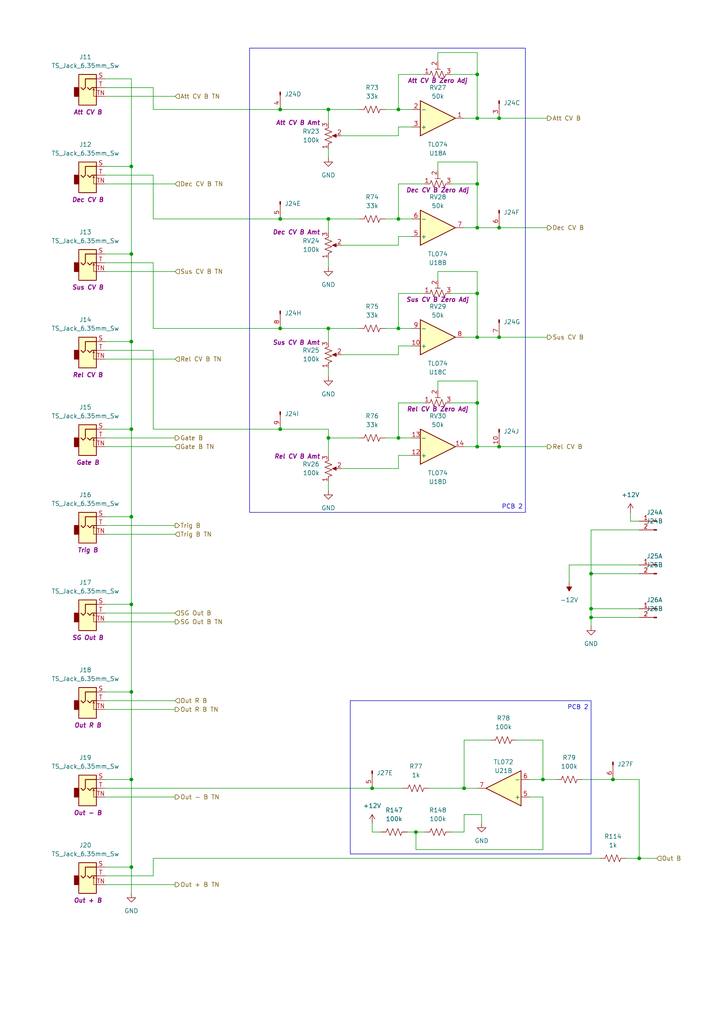
<source format=kicad_sch>
(kicad_sch (version 20250114) (generator "eeschema") (generator_version "9.0")
  (paper "A4" portrait)
  (title_block (company "DMH Instruments") (comment 1 "PCB for 15cm Kosmo format synthesizer module"))
  (lib_symbols
    (symbol "Amplifier_Operational:TL072" (pin_names (offset 0.127))
      (property "Reference" "U" (at 0 5.08 0))
      (property "Value" "TL072" (at 0 -5.08 0))
      (symbol "TL072_1_1"
        (polyline (pts (xy -5.08 5.08) (xy 5.08 0) (xy -5.08 -5.08) (xy -5.08 5.08)) (stroke (width 0.254)) (fill (type background)))
        (pin input line (at -7.62 2.54 0) (length 2.54) (name "+") (number "3"))
        (pin input line (at -7.62 -2.54 0) (length 2.54) (name "-") (number "2"))
        (pin output line (at 7.62 0 180) (length 2.54) (name "~") (number "1"))
      )
      (symbol "TL072_2_1"
        (polyline (pts (xy -5.08 5.08) (xy 5.08 0) (xy -5.08 -5.08) (xy -5.08 5.08)) (stroke (width 0.254)) (fill (type background)))
        (pin input line (at -7.62 2.54 0) (length 2.54) (name "+") (number "5"))
        (pin input line (at -7.62 -2.54 0) (length 2.54) (name "-") (number "6"))
        (pin output line (at 7.62 0 180) (length 2.54) (name "~") (number "7"))
      )
      (symbol "TL072_3_1"
        (pin power_in line (at -2.54 7.62 270) (length 3.81) (name "V+") (number "8"))
        (pin power_in line (at -2.54 -7.62 90) (length 3.81) (name "V-") (number "4"))
      )
    )
    (symbol "Amplifier_Operational:TL074" (pin_names (offset 0.127))
      (property "Reference" "U" (at 0 5.08 0))
      (property "Value" "TL074" (at 0 -5.08 0))
      (symbol "TL074_1_1"
        (polyline (pts (xy -5.08 5.08) (xy 5.08 0) (xy -5.08 -5.08) (xy -5.08 5.08)) (stroke (width 0.254)) (fill (type background)))
        (pin input line (at -7.62 2.54 0) (length 2.54) (name "+") (number "3"))
        (pin input line (at -7.62 -2.54 0) (length 2.54) (name "-") (number "2"))
        (pin output line (at 7.62 0 180) (length 2.54) (name "~") (number "1"))
      )
      (symbol "TL074_2_1"
        (polyline (pts (xy -5.08 5.08) (xy 5.08 0) (xy -5.08 -5.08) (xy -5.08 5.08)) (stroke (width 0.254)) (fill (type background)))
        (pin input line (at -7.62 2.54 0) (length 2.54) (name "+") (number "5"))
        (pin input line (at -7.62 -2.54 0) (length 2.54) (name "-") (number "6"))
        (pin output line (at 7.62 0 180) (length 2.54) (name "~") (number "7"))
      )
      (symbol "TL074_3_1"
        (polyline (pts (xy -5.08 5.08) (xy 5.08 0) (xy -5.08 -5.08) (xy -5.08 5.08)) (stroke (width 0.254)) (fill (type background)))
        (pin input line (at -7.62 2.54 0) (length 2.54) (name "+") (number "10"))
        (pin input line (at -7.62 -2.54 0) (length 2.54) (name "-") (number "9"))
        (pin output line (at 7.62 0 180) (length 2.54) (name "~") (number "8"))
      )
      (symbol "TL074_4_1"
        (polyline (pts (xy -5.08 5.08) (xy 5.08 0) (xy -5.08 -5.08) (xy -5.08 5.08)) (stroke (width 0.254)) (fill (type background)))
        (pin input line (at -7.62 2.54 0) (length 2.54) (name "+") (number "12"))
        (pin input line (at -7.62 -2.54 0) (length 2.54) (name "-") (number "13"))
        (pin output line (at 7.62 0 180) (length 2.54) (name "~") (number "14"))
      )
      (symbol "TL074_5_1"
        (pin power_in line (at -2.54 7.62 270) (length 3.81) (name "V+") (number "4"))
        (pin power_in line (at -2.54 -7.62 90) (length 3.81) (name "V-") (number "11"))
      )
    )
    (symbol "Device:R_Potentiometer_Trim_US" (pin_names (offset 1.016) (hide yes))
      (property "Reference" "RV" (at -4.445 0 90))
      (property "Value" "R_Potentiometer_Trim_US" (at -2.54 0 90))
      (symbol "R_Potentiometer_Trim_US_0_1"
        (polyline (pts (xy 0 2.286) (xy 0 2.54)))
        (polyline (pts (xy 0 2.286) (xy 1.016 1.905) (xy 0 1.524) (xy -1.016 1.143) (xy 0 0.762)))
        (polyline (pts (xy 0 0.762) (xy 1.016 0.381) (xy 0 0) (xy -1.016 -0.381) (xy 0 -0.762)))
        (polyline (pts (xy 0 -0.762) (xy 1.016 -1.143) (xy 0 -1.524) (xy -1.016 -1.905) (xy 0 -2.286)))
        (polyline (pts (xy 0 -2.286) (xy 0 -2.54)))
        (polyline (pts (xy 1.524 0.762) (xy 1.524 -0.762)))
        (polyline (pts (xy 2.54 0) (xy 1.524 0)))
      )
      (symbol "R_Potentiometer_Trim_US_1_1"
        (pin passive line (at 0 3.81 270) (length 1.27) (name "1") (number "1"))
        (pin passive line (at 0 -3.81 90) (length 1.27) (name "3") (number "3"))
        (pin passive line (at 3.81 0 180) (length 1.27) (name "2") (number "2"))
      )
    )
    (symbol "Device:R_Potentiometer_US" (pin_names (offset 1.016) (hide yes))
      (property "Reference" "RV" (at -4.445 0 90))
      (property "Value" "R_Potentiometer_US" (at -2.54 0 90))
      (symbol "R_Potentiometer_US_0_1"
        (polyline (pts (xy 0 2.54) (xy 0 2.286)))
        (polyline (pts (xy 0 2.286) (xy 1.016 1.905) (xy 0 1.524) (xy -1.016 1.143) (xy 0 0.762)))
        (polyline (pts (xy 0 0.762) (xy 1.016 0.381) (xy 0 0) (xy -1.016 -0.381) (xy 0 -0.762)))
        (polyline (pts (xy 0 -0.762) (xy 1.016 -1.143) (xy 0 -1.524) (xy -1.016 -1.905) (xy 0 -2.286)))
        (polyline (pts (xy 0 -2.286) (xy 0 -2.54)))
        (polyline (pts (xy 1.143 0) (xy 2.286 0.508) (xy 2.286 -0.508) (xy 1.143 0)) (fill (type outline)))
        (polyline (pts (xy 2.54 0) (xy 1.524 0)))
      )
      (symbol "R_Potentiometer_US_1_1"
        (pin passive line (at 0 3.81 270) (length 1.27) (name "1") (number "1"))
        (pin passive line (at 0 -3.81 90) (length 1.27) (name "3") (number "3"))
        (pin passive line (at 3.81 0 180) (length 1.27) (name "2") (number "2"))
      )
    )
    (symbol "Device:R_US" (pin_numbers (hide yes)) (pin_names (offset 0))
      (property "Reference" "R" (at 2.54 0 90))
      (property "Value" "R_US" (at -2.54 0 90))
      (symbol "R_US_0_1"
        (polyline (pts (xy 0 2.286) (xy 0 2.54)))
        (polyline (pts (xy 0 2.286) (xy 1.016 1.905) (xy 0 1.524) (xy -1.016 1.143) (xy 0 0.762)))
        (polyline (pts (xy 0 0.762) (xy 1.016 0.381) (xy 0 0) (xy -1.016 -0.381) (xy 0 -0.762)))
        (polyline (pts (xy 0 -0.762) (xy 1.016 -1.143) (xy 0 -1.524) (xy -1.016 -1.905) (xy 0 -2.286)))
        (polyline (pts (xy 0 -2.286) (xy 0 -2.54)))
      )
      (symbol "R_US_1_1"
        (pin passive line (at 0 3.81 270) (length 1.27) (name "~") (number "1"))
        (pin passive line (at 0 -3.81 90) (length 1.27) (name "~") (number "2"))
      )
    )
    (symbol "SynthStuff:Conn_01x06_PinHeader" (pin_names (offset 1.016) (hide yes))
      (property "Reference" "J" (at 0 2.54 0))
      (symbol "Conn_01x06_PinHeader_1_1"
        (rectangle (start 0.8636 0.127) (end 0 -0.127) (stroke (width 0.1524)) (fill (type outline)))
        (polyline (pts (xy 1.27 0) (xy 0.8636 0)) (stroke (width 0.1524)))
        (pin passive line (at 5.08 0 180) (length 3.81) (name "Pin_1") (number "1"))
      )
      (symbol "Conn_01x06_PinHeader_2_1"
        (rectangle (start 0.8636 0.127) (end 0 -0.127) (stroke (width 0.1524)) (fill (type outline)))
        (polyline (pts (xy 1.27 0) (xy 0.8636 0)) (stroke (width 0.1524)))
        (pin passive line (at 5.08 0 180) (length 3.81) (name "Pin_2") (number "2"))
      )
      (symbol "Conn_01x06_PinHeader_3_1"
        (rectangle (start 0.8636 0.127) (end 0 -0.127) (stroke (width 0.1524)) (fill (type outline)))
        (polyline (pts (xy 1.27 0) (xy 0.8636 0)) (stroke (width 0.1524)))
        (pin passive line (at 5.08 0 180) (length 3.81) (name "Pin_3") (number "3"))
      )
      (symbol "Conn_01x06_PinHeader_4_1"
        (rectangle (start 0.8636 0.127) (end 0 -0.127) (stroke (width 0.1524)) (fill (type outline)))
        (polyline (pts (xy 1.27 0) (xy 0.8636 0)) (stroke (width 0.1524)))
        (pin passive line (at 5.08 0 180) (length 3.81) (name "Pin_4") (number "4"))
      )
      (symbol "Conn_01x06_PinHeader_5_1"
        (rectangle (start 0.8636 0.127) (end 0 -0.127) (stroke (width 0.1524)) (fill (type outline)))
        (polyline (pts (xy 1.27 0) (xy 0.8636 0)) (stroke (width 0.1524)))
        (pin passive line (at 5.08 0 180) (length 3.81) (name "Pin_5") (number "5"))
      )
      (symbol "Conn_01x06_PinHeader_6_1"
        (rectangle (start 0.8636 0.127) (end 0 -0.127) (stroke (width 0.1524)) (fill (type outline)))
        (polyline (pts (xy 1.27 0) (xy 0.8636 0)) (stroke (width 0.1524)))
        (pin passive line (at 5.08 0 180) (length 3.81) (name "Pin_6") (number "6"))
      )
    )
    (symbol "SynthStuff:Conn_01x10_PinHeader" (pin_names (offset 1.016) (hide yes))
      (property "Reference" "J" (at 0 2.54 0))
      (symbol "Conn_01x10_PinHeader_1_1"
        (rectangle (start 0.8636 0.127) (end 0 -0.127) (stroke (width 0.1524)) (fill (type outline)))
        (polyline (pts (xy 1.27 0) (xy 0.8636 0)) (stroke (width 0.1524)))
        (pin passive line (at 5.08 0 180) (length 3.81) (name "Pin_1") (number "1"))
      )
      (symbol "Conn_01x10_PinHeader_2_1"
        (rectangle (start 0.8636 0.127) (end 0 -0.127) (stroke (width 0.1524)) (fill (type outline)))
        (polyline (pts (xy 1.27 0) (xy 0.8636 0)) (stroke (width 0.1524)))
        (pin passive line (at 5.08 0 180) (length 3.81) (name "Pin_2") (number "2"))
      )
      (symbol "Conn_01x10_PinHeader_3_1"
        (rectangle (start 0.8636 0.127) (end 0 -0.127) (stroke (width 0.1524)) (fill (type outline)))
        (polyline (pts (xy 1.27 0) (xy 0.8636 0)) (stroke (width 0.1524)))
        (pin passive line (at 5.08 0 180) (length 3.81) (name "Pin_3") (number "3"))
      )
      (symbol "Conn_01x10_PinHeader_4_1"
        (rectangle (start 0.8636 0.127) (end 0 -0.127) (stroke (width 0.1524)) (fill (type outline)))
        (polyline (pts (xy 1.27 0) (xy 0.8636 0)) (stroke (width 0.1524)))
        (pin passive line (at 5.08 0 180) (length 3.81) (name "Pin_4") (number "4"))
      )
      (symbol "Conn_01x10_PinHeader_5_1"
        (rectangle (start 0.8636 0.127) (end 0 -0.127) (stroke (width 0.1524)) (fill (type outline)))
        (polyline (pts (xy 1.27 0) (xy 0.8636 0)) (stroke (width 0.1524)))
        (pin passive line (at 5.08 0 180) (length 3.81) (name "Pin_5") (number "5"))
      )
      (symbol "Conn_01x10_PinHeader_6_1"
        (rectangle (start 0.8636 0.127) (end 0 -0.127) (stroke (width 0.1524)) (fill (type outline)))
        (polyline (pts (xy 1.27 0) (xy 0.8636 0)) (stroke (width 0.1524)))
        (pin passive line (at 5.08 0 180) (length 3.81) (name "Pin_6") (number "6"))
      )
      (symbol "Conn_01x10_PinHeader_7_1"
        (rectangle (start 0.8636 0.127) (end 0 -0.127) (stroke (width 0.1524)) (fill (type outline)))
        (polyline (pts (xy 1.27 0) (xy 0.8636 0)) (stroke (width 0.1524)))
        (pin passive line (at 5.08 0 180) (length 3.81) (name "Pin_7") (number "7"))
      )
      (symbol "Conn_01x10_PinHeader_8_1"
        (rectangle (start 0.8636 0.127) (end 0 -0.127) (stroke (width 0.1524)) (fill (type outline)))
        (polyline (pts (xy 1.27 0) (xy 0.8636 0)) (stroke (width 0.1524)))
        (pin passive line (at 5.08 0 180) (length 3.81) (name "Pin_8") (number "8"))
      )
      (symbol "Conn_01x10_PinHeader_9_1"
        (rectangle (start 0.8636 0.127) (end 0 -0.127) (stroke (width 0.1524)) (fill (type outline)))
        (polyline (pts (xy 1.27 0) (xy 0.8636 0)) (stroke (width 0.1524)))
        (pin passive line (at 5.08 0 180) (length 3.81) (name "Pin_9") (number "9"))
      )
      (symbol "Conn_01x10_PinHeader_10_1"
        (rectangle (start 0.8636 0.127) (end 0 -0.127) (stroke (width 0.1524)) (fill (type outline)))
        (polyline (pts (xy 1.27 0) (xy 0.8636 0)) (stroke (width 0.1524)))
        (pin passive line (at 5.08 0 180) (length 3.81) (name "Pin_10") (number "10"))
      )
    )
    (symbol "SynthStuff:TS_Jack_6.35mm_Sw"
      (property "Reference" "J" (at -0.635 8.89 0))
      (property "Value" "TS_Jack_6.35mm_Sw" (at -0.635 6.35 0))
      (symbol "TS_Jack_6.35mm_Sw_0_1"
        (rectangle (start -2.54 0) (end -3.81 -2.54) (stroke (width 0.254)) (fill (type outline)))
        (polyline (pts (xy 0 0) (xy 0.635 -0.635) (xy 1.27 0) (xy 2.54 0)) (stroke (width 0.254)))
        (polyline (pts (xy 1.778 -0.254) (xy 2.032 -0.762)))
        (rectangle (start 2.54 3.81) (end -2.54 -5.08) (stroke (width 0.254)) (fill (type background)))
        (polyline (pts (xy 2.54 2.54) (xy -0.635 2.54) (xy -0.635 0) (xy -1.27 -0.635) (xy -1.905 0)) (stroke (width 0.254)))
        (polyline (pts (xy 2.54 -2.54) (xy 1.778 -2.54) (xy 1.778 -0.254) (xy 1.524 -0.762)))
      )
      (symbol "TS_Jack_6.35mm_Sw_1_1"
        (pin passive line (at 5.08 2.54 180) (length 2.54) (name "~") (number "S"))
        (pin passive line (at 5.08 0 180) (length 2.54) (name "~") (number "T"))
        (pin passive line (at 5.08 -2.54 180) (length 2.54) (name "~") (number "TN"))
      )
    )
    (symbol "power:+12V" (power) (pin_numbers (hide yes)) (pin_names (offset 0) (hide yes))
      (property "Value" "+12V" (at 0 3.556 0))
      (symbol "+12V_0_1"
        (polyline (pts (xy -0.762 1.27) (xy 0 2.54)))
        (polyline (pts (xy 0 2.54) (xy 0.762 1.27)))
        (polyline (pts (xy 0 0) (xy 0 2.54)))
      )
      (symbol "+12V_1_1"
        (pin power_in line (at 0 0 90) (length 0) (name "~") (number "1"))
      )
    )
    (symbol "power:-12V" (power) (pin_numbers (hide yes)) (pin_names (offset 0) (hide yes))
      (property "Value" "-12V" (at 0 3.556 0))
      (symbol "-12V_0_0"
        (pin power_in line (at 0 0 90) (length 0) (name "~") (number "1"))
      )
      (symbol "-12V_0_1"
        (polyline (pts (xy 0 0) (xy 0 1.27) (xy 0.762 1.27) (xy 0 2.54) (xy -0.762 1.27) (xy 0 1.27)) (fill (type outline)))
      )
    )
    (symbol "power:GND" (power) (pin_numbers (hide yes)) (pin_names (offset 0) (hide yes))
      (property "Value" "GND" (at 0 -3.81 0))
      (symbol "GND_0_1"
        (polyline (pts (xy 0 0) (xy 0 -1.27) (xy 1.27 -1.27) (xy 0 -2.54) (xy -1.27 -1.27) (xy 0 -1.27)))
      )
      (symbol "GND_1_1"
        (pin power_in line (at 0 0 270) (length 0) (name "~") (number "1"))
      )
    )
  )
  (rectangle (start 101.6 203.2) (end 171.45 247.65))
  (rectangle (start 72.39 13.97) (end 152.4 148.59))
  (text "PCB 2" (at 148.59 147.066 0) (effects (font (size 1.27 1.27))))
  (text "PCB 2" (at 167.64 205.232 0) (effects (font (size 1.27 1.27))))
  (junction (at 185.42 248.92))
  (junction (at 38.1 226.06))
  (junction (at 157.48 226.06))
  (junction (at 38.1 124.46))
  (junction (at 115.57 31.75))
  (junction (at 38.1 200.66))
  (junction (at 81.28 31.75))
  (junction (at 138.43 21.59))
  (junction (at 144.78 129.54))
  (junction (at 171.45 166.37))
  (junction (at 115.57 95.25))
  (junction (at 38.1 175.26))
  (junction (at 95.25 31.75))
  (junction (at 138.43 116.84))
  (junction (at 120.65 241.3))
  (junction (at 138.43 129.54))
  (junction (at 38.1 149.86))
  (junction (at 81.28 63.5))
  (junction (at 38.1 99.06))
  (junction (at 38.1 73.66))
  (junction (at 177.8 226.06))
  (junction (at 138.43 97.79))
  (junction (at 138.43 66.04))
  (junction (at 134.62 228.6))
  (junction (at 95.25 95.25))
  (junction (at 95.25 63.5))
  (junction (at 107.95 228.6))
  (junction (at 81.28 124.46))
  (junction (at 115.57 127))
  (junction (at 144.78 66.04))
  (junction (at 144.78 34.29))
  (junction (at 115.57 63.5))
  (junction (at 171.45 179.07))
  (junction (at 38.1 251.46))
  (junction (at 38.1 48.26))
  (junction (at 138.43 34.29))
  (junction (at 95.25 127))
  (junction (at 138.43 53.34))
  (junction (at 81.28 95.25))
  (junction (at 144.78 97.79))
  (junction (at 138.43 85.09))
  (junction (at 171.45 176.53))
  (wire (pts (xy 81.28 95.25) (xy 95.25 95.25)))
  (wire (pts (xy 115.57 85.09) (xy 123.19 85.09)))
  (wire (pts (xy 130.81 21.59) (xy 138.43 21.59)))
  (wire (pts (xy 95.25 127) (xy 95.25 132.08)))
  (wire (pts (xy 171.45 166.37) (xy 171.45 176.53)))
  (wire (pts (xy 30.48 152.4) (xy 50.8 152.4)))
  (wire (pts (xy 38.1 22.86) (xy 38.1 48.26)))
  (wire (pts (xy 130.81 53.34) (xy 138.43 53.34)))
  (wire (pts (xy 38.1 251.46) (xy 30.48 251.46)))
  (wire (pts (xy 171.45 179.07) (xy 171.45 181.61)))
  (wire (pts (xy 95.25 63.5) (xy 95.25 67.31)))
  (wire (pts (xy 95.25 31.75) (xy 95.25 35.56)))
  (wire (pts (xy 127 78.74) (xy 138.43 78.74)))
  (wire (pts (xy 115.57 135.89) (xy 115.57 132.08)))
  (wire (pts (xy 115.57 36.83) (xy 119.38 36.83)))
  (wire (pts (xy 30.48 50.8) (xy 44.45 50.8)))
  (wire (pts (xy 144.78 97.79) (xy 158.75 97.79)))
  (wire (pts (xy 165.1 168.91) (xy 165.1 163.83)))
  (wire (pts (xy 118.11 241.3) (xy 120.65 241.3)))
  (wire (pts (xy 30.48 231.14) (xy 50.8 231.14)))
  (wire (pts (xy 144.78 66.04) (xy 158.75 66.04)))
  (wire (pts (xy 115.57 53.34) (xy 115.57 63.5)))
  (wire (pts (xy 30.48 203.2) (xy 50.8 203.2)))
  (wire (pts (xy 185.42 153.67) (xy 171.45 153.67)))
  (wire (pts (xy 30.48 226.06) (xy 38.1 226.06)))
  (wire (pts (xy 30.48 254) (xy 44.45 254)))
  (wire (pts (xy 115.57 39.37) (xy 115.57 36.83)))
  (wire (pts (xy 30.48 129.54) (xy 50.8 129.54)))
  (wire (pts (xy 115.57 95.25) (xy 119.38 95.25)))
  (wire (pts (xy 177.8 226.06) (xy 185.42 226.06)))
  (wire (pts (xy 30.48 48.26) (xy 38.1 48.26)))
  (wire (pts (xy 30.48 228.6) (xy 107.95 228.6)))
  (wire (pts (xy 30.48 124.46) (xy 38.1 124.46)))
  (wire (pts (xy 81.28 124.46) (xy 95.25 124.46)))
  (wire (pts (xy 115.57 21.59) (xy 123.19 21.59)))
  (wire (pts (xy 44.45 76.2) (xy 44.45 95.25)))
  (wire (pts (xy 30.48 200.66) (xy 38.1 200.66)))
  (wire (pts (xy 44.45 31.75) (xy 81.28 31.75)))
  (wire (pts (xy 30.48 101.6) (xy 44.45 101.6)))
  (wire (pts (xy 138.43 21.59) (xy 138.43 34.29)))
  (wire (pts (xy 115.57 127) (xy 119.38 127)))
  (wire (pts (xy 130.81 241.3) (xy 134.62 241.3)))
  (wire (pts (xy 124.46 228.6) (xy 134.62 228.6)))
  (wire (pts (xy 185.42 248.92) (xy 185.42 226.06)))
  (wire (pts (xy 95.25 124.46) (xy 95.25 127)))
  (wire (pts (xy 134.62 228.6) (xy 138.43 228.6)))
  (wire (pts (xy 44.45 63.5) (xy 81.28 63.5)))
  (wire (pts (xy 95.25 127) (xy 104.14 127)))
  (wire (pts (xy 142.24 214.63) (xy 134.62 214.63)))
  (wire (pts (xy 185.42 179.07) (xy 171.45 179.07)))
  (wire (pts (xy 38.1 99.06) (xy 38.1 124.46)))
  (wire (pts (xy 138.43 78.74) (xy 138.43 85.09)))
  (wire (pts (xy 38.1 124.46) (xy 38.1 149.86)))
  (wire (pts (xy 153.67 226.06) (xy 157.48 226.06)))
  (wire (pts (xy 165.1 163.83) (xy 185.42 163.83)))
  (wire (pts (xy 30.48 180.34) (xy 50.8 180.34)))
  (wire (pts (xy 30.48 175.26) (xy 38.1 175.26)))
  (wire (pts (xy 153.67 231.14) (xy 157.48 231.14)))
  (wire (pts (xy 111.76 63.5) (xy 115.57 63.5)))
  (wire (pts (xy 157.48 214.63) (xy 157.48 226.06)))
  (wire (pts (xy 115.57 63.5) (xy 119.38 63.5)))
  (wire (pts (xy 111.76 95.25) (xy 115.57 95.25)))
  (wire (pts (xy 115.57 116.84) (xy 115.57 127)))
  (wire (pts (xy 138.43 66.04) (xy 144.78 66.04)))
  (wire (pts (xy 95.25 106.68) (xy 95.25 109.22)))
  (wire (pts (xy 171.45 176.53) (xy 171.45 179.07)))
  (wire (pts (xy 127 110.49) (xy 138.43 110.49)))
  (wire (pts (xy 99.06 135.89) (xy 115.57 135.89)))
  (wire (pts (xy 30.48 25.4) (xy 44.45 25.4)))
  (wire (pts (xy 38.1 175.26) (xy 38.1 200.66)))
  (wire (pts (xy 30.48 22.86) (xy 38.1 22.86)))
  (wire (pts (xy 181.61 248.92) (xy 185.42 248.92)))
  (wire (pts (xy 182.88 151.13) (xy 182.88 148.59)))
  (wire (pts (xy 115.57 132.08) (xy 119.38 132.08)))
  (wire (pts (xy 171.45 166.37) (xy 185.42 166.37)))
  (wire (pts (xy 107.95 228.6) (xy 116.84 228.6)))
  (wire (pts (xy 95.25 31.75) (xy 104.14 31.75)))
  (wire (pts (xy 127 15.24) (xy 138.43 15.24)))
  (wire (pts (xy 130.81 116.84) (xy 138.43 116.84)))
  (wire (pts (xy 44.45 95.25) (xy 81.28 95.25)))
  (wire (pts (xy 81.28 31.75) (xy 95.25 31.75)))
  (wire (pts (xy 127 81.28) (xy 127 78.74)))
  (wire (pts (xy 115.57 21.59) (xy 115.57 31.75)))
  (wire (pts (xy 149.86 214.63) (xy 157.48 214.63)))
  (wire (pts (xy 138.43 97.79) (xy 144.78 97.79)))
  (wire (pts (xy 38.1 149.86) (xy 38.1 175.26)))
  (wire (pts (xy 171.45 176.53) (xy 185.42 176.53)))
  (wire (pts (xy 157.48 226.06) (xy 161.29 226.06)))
  (wire (pts (xy 30.48 73.66) (xy 38.1 73.66)))
  (wire (pts (xy 30.48 154.94) (xy 50.8 154.94)))
  (wire (pts (xy 127 17.78) (xy 127 15.24)))
  (wire (pts (xy 30.48 78.74) (xy 50.8 78.74)))
  (wire (pts (xy 138.43 97.79) (xy 134.62 97.79)))
  (wire (pts (xy 144.78 129.54) (xy 158.75 129.54)))
  (wire (pts (xy 134.62 214.63) (xy 134.62 228.6)))
  (wire (pts (xy 127 46.99) (xy 138.43 46.99)))
  (wire (pts (xy 144.78 34.29) (xy 158.75 34.29)))
  (wire (pts (xy 120.65 241.3) (xy 120.65 246.38)))
  (wire (pts (xy 138.43 46.99) (xy 138.43 53.34)))
  (wire (pts (xy 138.43 34.29) (xy 144.78 34.29)))
  (wire (pts (xy 138.43 66.04) (xy 134.62 66.04)))
  (wire (pts (xy 115.57 102.87) (xy 115.57 100.33)))
  (wire (pts (xy 81.28 63.5) (xy 95.25 63.5)))
  (wire (pts (xy 38.1 251.46) (xy 38.1 259.08)))
  (wire (pts (xy 30.48 104.14) (xy 50.8 104.14)))
  (wire (pts (xy 38.1 226.06) (xy 38.1 251.46)))
  (wire (pts (xy 127 49.53) (xy 127 46.99)))
  (wire (pts (xy 115.57 116.84) (xy 123.19 116.84)))
  (wire (pts (xy 115.57 68.58) (xy 119.38 68.58)))
  (wire (pts (xy 30.48 76.2) (xy 44.45 76.2)))
  (wire (pts (xy 107.95 241.3) (xy 110.49 241.3)))
  (wire (pts (xy 111.76 127) (xy 115.57 127)))
  (wire (pts (xy 139.7 236.22) (xy 134.62 236.22)))
  (wire (pts (xy 30.48 205.74) (xy 50.8 205.74)))
  (wire (pts (xy 115.57 100.33) (xy 119.38 100.33)))
  (wire (pts (xy 157.48 246.38) (xy 157.48 231.14)))
  (wire (pts (xy 138.43 129.54) (xy 144.78 129.54)))
  (wire (pts (xy 134.62 236.22) (xy 134.62 241.3)))
  (wire (pts (xy 120.65 246.38) (xy 157.48 246.38)))
  (wire (pts (xy 111.76 31.75) (xy 115.57 31.75)))
  (wire (pts (xy 44.45 101.6) (xy 44.45 124.46)))
  (wire (pts (xy 95.25 63.5) (xy 104.14 63.5)))
  (wire (pts (xy 44.45 124.46) (xy 81.28 124.46)))
  (wire (pts (xy 168.91 226.06) (xy 177.8 226.06)))
  (wire (pts (xy 185.42 248.92) (xy 190.5 248.92)))
  (wire (pts (xy 99.06 39.37) (xy 115.57 39.37)))
  (wire (pts (xy 138.43 34.29) (xy 134.62 34.29)))
  (wire (pts (xy 95.25 74.93) (xy 95.25 77.47)))
  (wire (pts (xy 44.45 248.92) (xy 44.45 254)))
  (wire (pts (xy 185.42 151.13) (xy 182.88 151.13)))
  (wire (pts (xy 99.06 102.87) (xy 115.57 102.87)))
  (wire (pts (xy 95.25 139.7) (xy 95.25 142.24)))
  (wire (pts (xy 171.45 153.67) (xy 171.45 166.37)))
  (wire (pts (xy 30.48 177.8) (xy 50.8 177.8)))
  (wire (pts (xy 38.1 73.66) (xy 38.1 99.06)))
  (wire (pts (xy 138.43 110.49) (xy 138.43 116.84)))
  (wire (pts (xy 30.48 53.34) (xy 50.8 53.34)))
  (wire (pts (xy 138.43 85.09) (xy 138.43 97.79)))
  (wire (pts (xy 44.45 248.92) (xy 173.99 248.92)))
  (wire (pts (xy 30.48 149.86) (xy 38.1 149.86)))
  (wire (pts (xy 138.43 53.34) (xy 138.43 66.04)))
  (wire (pts (xy 30.48 127) (xy 50.8 127)))
  (wire (pts (xy 120.65 241.3) (xy 123.19 241.3)))
  (wire (pts (xy 127 113.03) (xy 127 110.49)))
  (wire (pts (xy 44.45 25.4) (xy 44.45 31.75)))
  (wire (pts (xy 130.81 85.09) (xy 138.43 85.09)))
  (wire (pts (xy 115.57 85.09) (xy 115.57 95.25)))
  (wire (pts (xy 38.1 200.66) (xy 38.1 226.06)))
  (wire (pts (xy 30.48 27.94) (xy 50.8 27.94)))
  (wire (pts (xy 115.57 31.75) (xy 119.38 31.75)))
  (wire (pts (xy 115.57 71.12) (xy 115.57 68.58)))
  (wire (pts (xy 95.25 95.25) (xy 95.25 99.06)))
  (wire (pts (xy 115.57 53.34) (xy 123.19 53.34)))
  (wire (pts (xy 139.7 238.76) (xy 139.7 236.22)))
  (wire (pts (xy 138.43 129.54) (xy 134.62 129.54)))
  (wire (pts (xy 138.43 116.84) (xy 138.43 129.54)))
  (wire (pts (xy 44.45 50.8) (xy 44.45 63.5)))
  (wire (pts (xy 99.06 71.12) (xy 115.57 71.12)))
  (wire (pts (xy 30.48 256.54) (xy 50.8 256.54)))
  (wire (pts (xy 95.25 95.25) (xy 104.14 95.25)))
  (wire (pts (xy 107.95 238.76) (xy 107.95 241.3)))
  (wire (pts (xy 38.1 48.26) (xy 38.1 73.66)))
  (wire (pts (xy 138.43 15.24) (xy 138.43 21.59)))
  (wire (pts (xy 95.25 43.18) (xy 95.25 45.72)))
  (wire (pts (xy 30.48 99.06) (xy 38.1 99.06)))
  (hierarchical_label "SG Out B" (shape input) (at 50.8 177.8 0))
  (hierarchical_label "Dec CV B" (shape output) (at 158.75 66.04 0))
  (hierarchical_label "Out R B TN" (shape output) (at 50.8 205.74 0))
  (hierarchical_label "Out B" (shape input) (at 190.5 248.92 0))
  (hierarchical_label "Rel CV B" (shape output) (at 158.75 129.54 0))
  (hierarchical_label "Gate B TN" (shape input) (at 50.8 129.54 0))
  (hierarchical_label "Out R B" (shape input) (at 50.8 203.2 0))
  (hierarchical_label "Out + B TN" (shape output) (at 50.8 256.54 0))
  (hierarchical_label "SG Out B TN" (shape output) (at 50.8 180.34 0))
  (hierarchical_label "Trig B" (shape output) (at 50.8 152.4 0))
  (hierarchical_label "Att CV B TN" (shape input) (at 50.8 27.94 0))
  (hierarchical_label "Out - B TN" (shape output) (at 50.8 231.14 0))
  (hierarchical_label "Dec CV B TN" (shape input) (at 50.8 53.34 0))
  (hierarchical_label "Sus CV B" (shape output) (at 158.75 97.79 0))
  (hierarchical_label "Trig B TN" (shape input) (at 50.8 154.94 0))
  (hierarchical_label "Sus CV B TN" (shape input) (at 50.8 78.74 0))
  (hierarchical_label "Gate B" (shape output) (at 50.8 127 0))
  (hierarchical_label "Att CV B" (shape output) (at 158.75 34.29 0))
  (hierarchical_label "Rel CV B TN" (shape input) (at 50.8 104.14 0))
  (symbol (lib_id "Device:R_Potentiometer_Trim_US") (at 127 85.09 90) (unit 1)
    (property "Reference" "RV29" (at 127 88.9 90))
    (property "Value" "50k" (at 127 91.44 90))
    (property "Footprint" "Potentiometer_THT:Potentiometer_Bourns_3296X_Horizontal" (effects (hide yes)))
    (property "Description" "Trim-potentiometer, US symbol" (effects (hide yes)))
    (property "Function" "Sus CV B Zero Adj" (at 127 86.868 90) (effects (font (thickness 0.254) (bold yes) (italic yes))))
  )
  (symbol (lib_id "power:GND") (at 95.25 109.22 0) (unit 1)
    (property "Reference" "#PWR090" (effects (hide yes)))
    (property "Value" "GND" (at 95.25 114.3 0))
    (property "Description" "Power symbol creates a global label with name \"GND\" , ground" (effects (hide yes)))
  )
  (symbol (lib_id "SynthStuff:TS_Jack_6.35mm_Sw") (at 25.4 101.6 0) (unit 1) (on_board no)
    (property "Reference" "J14" (at 24.765 92.71 0))
    (property "Value" "TS_Jack_6.35mm_Sw" (at 24.765 95.25 0))
    (property "Footprint" "SynthStuff:CUI_MJ-63052A" (effects (hide yes)))
    (property "Description" "Audio Jack, 2 Poles (Mono / TS), Switched T Pole (Normalling), 6.35mm, 1/4inch" (effects (hide yes)))
    (property "Function" "Rel CV B" (at 25.4 108.712 0) (effects (font (thickness 0.254) (bold yes) (italic yes))))
  )
  (symbol (lib_id "SynthStuff:TS_Jack_6.35mm_Sw") (at 25.4 203.2 0) (unit 1) (on_board no)
    (property "Reference" "J18" (at 24.765 194.31 0))
    (property "Value" "TS_Jack_6.35mm_Sw" (at 24.765 196.85 0))
    (property "Footprint" "SynthStuff:CUI_MJ-63052A" (effects (hide yes)))
    (property "Description" "Audio Jack, 2 Poles (Mono / TS), Switched T Pole (Normalling), 6.35mm, 1/4inch" (effects (hide yes)))
    (property "Function" "Out R B" (at 25.4 210.312 0) (effects (font (thickness 0.254) (bold yes) (italic yes))))
  )
  (symbol (lib_id "SynthStuff:Conn_01x10_PinHeader") (at 144.78 124.46 270) (unit 10)
    (property "Reference" "J24" (at 146.05 125.0949 90) (effects (justify left)))
    (property "Value" "Conn_01x10_PinHeader" (effects (hide yes)))
    (property "Footprint" "Connector_PinSocket_2.54mm:PinSocket_1x10_P2.54mm_Vertical" (effects (hide yes)))
    (property "Description" "Generic connector, single row, 01x10" (effects (hide yes)))
  )
  (symbol (lib_id "SynthStuff:Conn_01x10_PinHeader") (at 81.28 26.67 270) (unit 4)
    (property "Reference" "J24" (at 82.55 27.3049 90) (effects (justify left)))
    (property "Value" "Conn_01x10_PinHeader" (effects (hide yes)))
    (property "Footprint" "Connector_PinSocket_2.54mm:PinSocket_1x10_P2.54mm_Vertical" (effects (hide yes)))
    (property "Description" "Generic connector, single row, 01x10" (effects (hide yes)))
  )
  (symbol (lib_id "SynthStuff:TS_Jack_6.35mm_Sw") (at 25.4 127 0) (unit 1) (on_board no)
    (property "Reference" "J15" (at 24.765 118.11 0))
    (property "Value" "TS_Jack_6.35mm_Sw" (at 24.765 120.65 0))
    (property "Footprint" "SynthStuff:CUI_MJ-63052A" (effects (hide yes)))
    (property "Description" "Audio Jack, 2 Poles (Mono / TS), Switched T Pole (Normalling), 6.35mm, 1/4inch" (effects (hide yes)))
    (property "Function" "Gate B" (at 25.4 134.112 0) (effects (font (thickness 0.254) (bold yes) (italic yes))))
  )
  (symbol (lib_id "SynthStuff:Conn_01x10_PinHeader") (at 190.5 151.13 180) (unit 1)
    (property "Reference" "J24" (at 189.865 148.59 0))
    (property "Value" "Conn_01x10_PinHeader" (effects (hide yes)))
    (property "Footprint" "Connector_PinSocket_2.54mm:PinSocket_1x10_P2.54mm_Vertical" (effects (hide yes)))
    (property "Description" "Generic connector, single row, 01x10" (effects (hide yes)))
  )
  (symbol (lib_id "SynthStuff:Conn_01x10_PinHeader") (at 190.5 153.67 180) (unit 2)
    (property "Reference" "J24" (at 189.865 151.13 0))
    (property "Value" "Conn_01x10_PinHeader" (effects (hide yes)))
    (property "Footprint" "Connector_PinSocket_2.54mm:PinSocket_1x10_P2.54mm_Vertical" (effects (hide yes)))
    (property "Description" "Generic connector, single row, 01x10" (effects (hide yes)))
  )
  (symbol (lib_id "Device:R_US") (at 107.95 63.5 90) (unit 1)
    (property "Reference" "R74" (at 107.95 57.15 90))
    (property "Value" "33k" (at 107.95 59.69 90))
    (property "Footprint" "Resistor_THT:R_Axial_DIN0207_L6.3mm_D2.5mm_P7.62mm_Horizontal" (effects (hide yes)))
    (property "Description" "Resistor, US symbol" (effects (hide yes)))
  )
  (symbol (lib_id "Device:R_US") (at 127 241.3 270) (unit 1)
    (property "Reference" "R148" (at 127 234.95 90))
    (property "Value" "100k" (at 127 237.49 90))
    (property "Footprint" "Resistor_THT:R_Axial_DIN0207_L6.3mm_D2.5mm_P7.62mm_Horizontal" (effects (hide yes)))
    (property "Description" "Resistor, US symbol" (effects (hide yes)))
  )
  (symbol (lib_id "SynthStuff:TS_Jack_6.35mm_Sw") (at 25.4 50.8 0) (unit 1) (on_board no)
    (property "Reference" "J12" (at 24.765 41.91 0))
    (property "Value" "TS_Jack_6.35mm_Sw" (at 24.765 44.45 0))
    (property "Footprint" "SynthStuff:CUI_MJ-63052A" (effects (hide yes)))
    (property "Description" "Audio Jack, 2 Poles (Mono / TS), Switched T Pole (Normalling), 6.35mm, 1/4inch" (effects (hide yes)))
    (property "Function" "Dec CV B" (at 25.4 57.912 0) (effects (font (thickness 0.254) (bold yes) (italic yes))))
  )
  (symbol (lib_id "SynthStuff:Conn_01x06_PinHeader") (at 107.95 223.52 270) (unit 5)
    (property "Reference" "J27" (at 109.22 224.1549 90) (effects (justify left)))
    (property "Value" "Conn_01x06_PinHeader" (effects (hide yes)))
    (property "Footprint" "Connector_PinSocket_2.54mm:PinSocket_1x06_P2.54mm_Vertical" (effects (hide yes)))
    (property "Description" "Generic connector, single row, 01x06" (effects (hide yes)))
  )
  (symbol (lib_id "SynthStuff:TS_Jack_6.35mm_Sw") (at 25.4 228.6 0) (unit 1) (on_board no)
    (property "Reference" "J19" (at 24.765 219.71 0))
    (property "Value" "TS_Jack_6.35mm_Sw" (at 24.765 222.25 0))
    (property "Footprint" "SynthStuff:CUI_MJ-63052A" (effects (hide yes)))
    (property "Description" "Audio Jack, 2 Poles (Mono / TS), Switched T Pole (Normalling), 6.35mm, 1/4inch" (effects (hide yes)))
    (property "Function" "Out - B" (at 25.4 235.712 0) (effects (font (thickness 0.254) (bold yes) (italic yes))))
  )
  (symbol (lib_id "Amplifier_Operational:TL074") (at 127 34.29 0) (mirror x) (unit 1)
    (property "Reference" "U18" (at 127 44.45 0))
    (property "Value" "TL074" (at 127 41.91 0))
    (property "Footprint" "Package_DIP:DIP-14_W7.62mm_Socket" (effects (hide yes)))
    (property "Datasheet" "http://www.ti.com/lit/ds/symlink/tl071.pdf" (effects (hide yes)))
    (property "Description" "Quad Low-Noise JFET-Input Operational Amplifiers, DIP-14/SOIC-14" (effects (hide yes)))
  )
  (symbol (lib_id "SynthStuff:TS_Jack_6.35mm_Sw") (at 25.4 25.4 0) (unit 1) (on_board no)
    (property "Reference" "J11" (at 24.765 16.51 0))
    (property "Value" "TS_Jack_6.35mm_Sw" (at 24.765 19.05 0))
    (property "Footprint" "SynthStuff:CUI_MJ-63052A" (effects (hide yes)))
    (property "Description" "Audio Jack, 2 Poles (Mono / TS), Switched T Pole (Normalling), 6.35mm, 1/4inch" (effects (hide yes)))
    (property "Function" "Att CV B" (at 25.4 32.512 0) (effects (font (thickness 0.254) (bold yes) (italic yes))))
  )
  (symbol (lib_id "Device:R_US") (at 146.05 214.63 270) (unit 1)
    (property "Reference" "R78" (at 146.05 208.28 90))
    (property "Value" "100k" (at 146.05 210.82 90))
    (property "Footprint" "Resistor_THT:R_Axial_DIN0207_L6.3mm_D2.5mm_P7.62mm_Horizontal" (effects (hide yes)))
    (property "Description" "Resistor, US symbol" (effects (hide yes)))
  )
  (symbol (lib_id "power:GND") (at 95.25 142.24 0) (unit 1)
    (property "Reference" "#PWR089" (effects (hide yes)))
    (property "Value" "GND" (at 95.25 147.32 0))
    (property "Description" "Power symbol creates a global label with name \"GND\" , ground" (effects (hide yes)))
  )
  (symbol (lib_id "Device:R_Potentiometer_US") (at 95.25 71.12 0) (mirror x) (unit 1)
    (property "Reference" "RV24" (at 92.71 69.8499 0) (effects (justify right)))
    (property "Value" "100k" (at 92.71 72.3899 0) (effects (justify right)))
    (property "Footprint" "SynthStuff:Potentiometer_TT_P110KH1" (effects (hide yes)))
    (property "Description" "Potentiometer, US symbol" (effects (hide yes)))
    (property "Function" "Dec CV B Amt" (at 85.852 67.31 0) (effects (font (thickness 0.254) (bold yes) (italic yes))))
  )
  (symbol (lib_id "SynthStuff:Conn_01x10_PinHeader") (at 190.5 166.37 180) (unit 2)
    (property "Reference" "J25" (at 189.865 163.83 0))
    (property "Value" "Conn_01x10_PinHeader" (effects (hide yes)))
    (property "Footprint" "Connector_PinSocket_2.54mm:PinSocket_1x10_P2.54mm_Vertical" (effects (hide yes)))
    (property "Description" "Generic connector, single row, 01x10" (effects (hide yes)))
  )
  (symbol (lib_id "SynthStuff:Conn_01x10_PinHeader") (at 190.5 163.83 180) (unit 1)
    (property "Reference" "J25" (at 189.865 161.29 0))
    (property "Value" "Conn_01x10_PinHeader" (effects (hide yes)))
    (property "Footprint" "Connector_PinSocket_2.54mm:PinSocket_1x10_P2.54mm_Vertical" (effects (hide yes)))
    (property "Description" "Generic connector, single row, 01x10" (effects (hide yes)))
  )
  (symbol (lib_id "SynthStuff:Conn_01x10_PinHeader") (at 190.5 176.53 180) (unit 1)
    (property "Reference" "J26" (at 189.865 173.99 0))
    (property "Value" "Conn_01x10_PinHeader" (effects (hide yes)))
    (property "Footprint" "Connector_PinSocket_2.54mm:PinSocket_1x10_P2.54mm_Vertical" (effects (hide yes)))
    (property "Description" "Generic connector, single row, 01x10" (effects (hide yes)))
  )
  (symbol (lib_id "SynthStuff:Conn_01x06_PinHeader") (at 177.8 220.98 270) (unit 6)
    (property "Reference" "J27" (at 179.07 221.6149 90) (effects (justify left)))
    (property "Value" "Conn_01x06_PinHeader" (effects (hide yes)))
    (property "Footprint" "Connector_PinSocket_2.54mm:PinSocket_1x06_P2.54mm_Vertical" (effects (hide yes)))
    (property "Description" "Generic connector, single row, 01x06" (effects (hide yes)))
  )
  (symbol (lib_id "power:GND") (at 38.1 259.08 0) (unit 1) (on_board no)
    (property "Reference" "#PWR036" (effects (hide yes)))
    (property "Value" "GND" (at 38.1 264.16 0))
    (property "Description" "Power symbol creates a global label with name \"GND\" , ground" (effects (hide yes)))
  )
  (symbol (lib_id "Amplifier_Operational:TL072") (at 146.05 228.6 180) (unit 2)
    (property "Reference" "U21" (at 146.05 223.52 0))
    (property "Value" "TL072" (at 146.05 220.98 0))
    (property "Footprint" "Package_DIP:DIP-8_W7.62mm_Socket" (effects (hide yes)))
    (property "Datasheet" "http://www.ti.com/lit/ds/symlink/tl071.pdf" (effects (hide yes)))
    (property "Description" "Dual Low-Noise JFET-Input Operational Amplifiers, DIP-8/SOIC-8" (effects (hide yes)))
  )
  (symbol (lib_id "Device:R_US") (at 107.95 127 90) (unit 1)
    (property "Reference" "R76" (at 107.95 120.65 90))
    (property "Value" "33k" (at 107.95 123.19 90))
    (property "Footprint" "Resistor_THT:R_Axial_DIN0207_L6.3mm_D2.5mm_P7.62mm_Horizontal" (effects (hide yes)))
    (property "Description" "Resistor, US symbol" (effects (hide yes)))
  )
  (symbol (lib_id "SynthStuff:Conn_01x10_PinHeader") (at 144.78 92.71 270) (unit 7)
    (property "Reference" "J24" (at 146.05 93.3449 90) (effects (justify left)))
    (property "Value" "Conn_01x10_PinHeader" (effects (hide yes)))
    (property "Footprint" "Connector_PinSocket_2.54mm:PinSocket_1x10_P2.54mm_Vertical" (effects (hide yes)))
    (property "Description" "Generic connector, single row, 01x10" (effects (hide yes)))
  )
  (symbol (lib_id "power:GND") (at 95.25 45.72 0) (unit 1)
    (property "Reference" "#PWR092" (effects (hide yes)))
    (property "Value" "GND" (at 95.25 50.8 0))
    (property "Description" "Power symbol creates a global label with name \"GND\" , ground" (effects (hide yes)))
  )
  (symbol (lib_id "Device:R_Potentiometer_Trim_US") (at 127 53.34 90) (unit 1)
    (property "Reference" "RV28" (at 127 57.15 90))
    (property "Value" "50k" (at 127 59.69 90))
    (property "Footprint" "Potentiometer_THT:Potentiometer_Bourns_3296X_Horizontal" (effects (hide yes)))
    (property "Description" "Trim-potentiometer, US symbol" (effects (hide yes)))
    (property "Function" "Dec CV B Zero Adj" (at 127 55.118 90) (effects (font (thickness 0.254) (bold yes) (italic yes))))
  )
  (symbol (lib_id "SynthStuff:TS_Jack_6.35mm_Sw") (at 25.4 152.4 0) (unit 1) (on_board no)
    (property "Reference" "J16" (at 24.765 143.51 0))
    (property "Value" "TS_Jack_6.35mm_Sw" (at 24.765 146.05 0))
    (property "Footprint" "SynthStuff:CUI_MJ-63052A" (effects (hide yes)))
    (property "Description" "Audio Jack, 2 Poles (Mono / TS), Switched T Pole (Normalling), 6.35mm, 1/4inch" (effects (hide yes)))
    (property "Function" "Trig B" (at 25.4 159.512 0) (effects (font (thickness 0.254) (bold yes) (italic yes))))
  )
  (symbol (lib_id "SynthStuff:TS_Jack_6.35mm_Sw") (at 25.4 76.2 0) (unit 1) (on_board no)
    (property "Reference" "J13" (at 24.765 67.31 0))
    (property "Value" "TS_Jack_6.35mm_Sw" (at 24.765 69.85 0))
    (property "Footprint" "SynthStuff:CUI_MJ-63052A" (effects (hide yes)))
    (property "Description" "Audio Jack, 2 Poles (Mono / TS), Switched T Pole (Normalling), 6.35mm, 1/4inch" (effects (hide yes)))
    (property "Function" "Sus CV B" (at 25.4 83.312 0) (effects (font (thickness 0.254) (bold yes) (italic yes))))
  )
  (symbol (lib_id "Amplifier_Operational:TL074") (at 127 66.04 0) (mirror x) (unit 2)
    (property "Reference" "U18" (at 127 76.2 0))
    (property "Value" "TL074" (at 127 73.66 0))
    (property "Footprint" "Package_DIP:DIP-14_W7.62mm_Socket" (effects (hide yes)))
    (property "Datasheet" "http://www.ti.com/lit/ds/symlink/tl071.pdf" (effects (hide yes)))
    (property "Description" "Quad Low-Noise JFET-Input Operational Amplifiers, DIP-14/SOIC-14" (effects (hide yes)))
  )
  (symbol (lib_id "Amplifier_Operational:TL074") (at 127 129.54 0) (mirror x) (unit 4)
    (property "Reference" "U18" (at 127 139.7 0))
    (property "Value" "TL074" (at 127 137.16 0))
    (property "Footprint" "Package_DIP:DIP-14_W7.62mm_Socket" (effects (hide yes)))
    (property "Datasheet" "http://www.ti.com/lit/ds/symlink/tl071.pdf" (effects (hide yes)))
    (property "Description" "Quad Low-Noise JFET-Input Operational Amplifiers, DIP-14/SOIC-14" (effects (hide yes)))
  )
  (symbol (lib_id "SynthStuff:Conn_01x10_PinHeader") (at 190.5 179.07 180) (unit 2)
    (property "Reference" "J26" (at 189.865 176.53 0))
    (property "Value" "Conn_01x10_PinHeader" (effects (hide yes)))
    (property "Footprint" "Connector_PinSocket_2.54mm:PinSocket_1x10_P2.54mm_Vertical" (effects (hide yes)))
    (property "Description" "Generic connector, single row, 01x10" (effects (hide yes)))
  )
  (symbol (lib_id "Device:R_US") (at 165.1 226.06 270) (unit 1)
    (property "Reference" "R79" (at 165.1 219.71 90))
    (property "Value" "100k" (at 165.1 222.25 90))
    (property "Footprint" "Resistor_THT:R_Axial_DIN0207_L6.3mm_D2.5mm_P7.62mm_Horizontal" (effects (hide yes)))
    (property "Description" "Resistor, US symbol" (effects (hide yes)))
  )
  (symbol (lib_id "Device:R_US") (at 177.8 248.92 270) (unit 1) (on_board no)
    (property "Reference" "R114" (at 177.8 242.57 90))
    (property "Value" "1k" (at 177.8 245.11 90))
    (property "Footprint" "Resistor_THT:R_Axial_DIN0207_L6.3mm_D2.5mm_P7.62mm_Horizontal" (effects (hide yes)))
    (property "Description" "Resistor, US symbol" (effects (hide yes)))
  )
  (symbol (lib_id "SynthStuff:Conn_01x10_PinHeader") (at 81.28 58.42 270) (unit 5)
    (property "Reference" "J24" (at 82.55 59.0549 90) (effects (justify left)))
    (property "Value" "Conn_01x10_PinHeader" (effects (hide yes)))
    (property "Footprint" "Connector_PinSocket_2.54mm:PinSocket_1x10_P2.54mm_Vertical" (effects (hide yes)))
    (property "Description" "Generic connector, single row, 01x10" (effects (hide yes)))
  )
  (symbol (lib_id "power:GND") (at 171.45 181.61 0) (unit 1)
    (property "Reference" "#PWR0120" (effects (hide yes)))
    (property "Value" "GND" (at 171.45 186.69 0))
    (property "Description" "Power symbol creates a global label with name \"GND\" , ground" (effects (hide yes)))
  )
  (symbol (lib_id "Amplifier_Operational:TL074") (at 127 97.79 0) (mirror x) (unit 3)
    (property "Reference" "U18" (at 127 107.95 0))
    (property "Value" "TL074" (at 127 105.41 0))
    (property "Footprint" "Package_DIP:DIP-14_W7.62mm_Socket" (effects (hide yes)))
    (property "Datasheet" "http://www.ti.com/lit/ds/symlink/tl071.pdf" (effects (hide yes)))
    (property "Description" "Quad Low-Noise JFET-Input Operational Amplifiers, DIP-14/SOIC-14" (effects (hide yes)))
  )
  (symbol (lib_id "power:-12V") (at 165.1 168.91 180) (unit 1)
    (property "Reference" "#PWR0104" (effects (hide yes)))
    (property "Value" "-12V" (at 165.1 173.99 0))
    (property "Description" "Power symbol creates a global label with name \"-12V\"" (effects (hide yes)))
  )
  (symbol (lib_id "Device:R_US") (at 107.95 95.25 90) (unit 1)
    (property "Reference" "R75" (at 107.95 88.9 90))
    (property "Value" "33k" (at 107.95 91.44 90))
    (property "Footprint" "Resistor_THT:R_Axial_DIN0207_L6.3mm_D2.5mm_P7.62mm_Horizontal" (effects (hide yes)))
    (property "Description" "Resistor, US symbol" (effects (hide yes)))
  )
  (symbol (lib_id "SynthStuff:Conn_01x10_PinHeader") (at 81.28 90.17 270) (unit 8)
    (property "Reference" "J24" (at 82.55 90.8049 90) (effects (justify left)))
    (property "Value" "Conn_01x10_PinHeader" (effects (hide yes)))
    (property "Footprint" "Connector_PinSocket_2.54mm:PinSocket_1x10_P2.54mm_Vertical" (effects (hide yes)))
    (property "Description" "Generic connector, single row, 01x10" (effects (hide yes)))
  )
  (symbol (lib_id "power:GND") (at 95.25 77.47 0) (unit 1)
    (property "Reference" "#PWR091" (effects (hide yes)))
    (property "Value" "GND" (at 95.25 82.55 0))
    (property "Description" "Power symbol creates a global label with name \"GND\" , ground" (effects (hide yes)))
  )
  (symbol (lib_id "SynthStuff:Conn_01x10_PinHeader") (at 81.28 119.38 270) (unit 9)
    (property "Reference" "J24" (at 82.55 120.0149 90) (effects (justify left)))
    (property "Value" "Conn_01x10_PinHeader" (effects (hide yes)))
    (property "Footprint" "Connector_PinSocket_2.54mm:PinSocket_1x10_P2.54mm_Vertical" (effects (hide yes)))
    (property "Description" "Generic connector, single row, 01x10" (effects (hide yes)))
  )
  (symbol (lib_id "SynthStuff:TS_Jack_6.35mm_Sw") (at 25.4 254 0) (unit 1) (on_board no)
    (property "Reference" "J20" (at 24.765 245.11 0))
    (property "Value" "TS_Jack_6.35mm_Sw" (at 24.765 247.65 0))
    (property "Footprint" "SynthStuff:CUI_MJ-63052A" (effects (hide yes)))
    (property "Description" "Audio Jack, 2 Poles (Mono / TS), Switched T Pole (Normalling), 6.35mm, 1/4inch" (effects (hide yes)))
    (property "Function" "Out + B" (at 25.4 261.112 0) (effects (font (thickness 0.254) (bold yes) (italic yes))))
  )
  (symbol (lib_id "SynthStuff:Conn_01x10_PinHeader") (at 144.78 29.21 270) (unit 3)
    (property "Reference" "J24" (at 146.05 29.8449 90) (effects (justify left)))
    (property "Value" "Conn_01x10_PinHeader" (effects (hide yes)))
    (property "Footprint" "Connector_PinSocket_2.54mm:PinSocket_1x10_P2.54mm_Vertical" (effects (hide yes)))
    (property "Description" "Generic connector, single row, 01x10" (effects (hide yes)))
  )
  (symbol (lib_id "Device:R_US") (at 107.95 31.75 90) (unit 1)
    (property "Reference" "R73" (at 107.95 25.4 90))
    (property "Value" "33k" (at 107.95 27.94 90))
    (property "Footprint" "Resistor_THT:R_Axial_DIN0207_L6.3mm_D2.5mm_P7.62mm_Horizontal" (effects (hide yes)))
    (property "Description" "Resistor, US symbol" (effects (hide yes)))
  )
  (symbol (lib_id "power:+12V") (at 182.88 148.59 0) (unit 1)
    (property "Reference" "#PWR099" (effects (hide yes)))
    (property "Value" "+12V" (at 182.88 143.51 0))
    (property "Description" "Power symbol creates a global label with name \"+12V\"" (effects (hide yes)))
  )
  (symbol (lib_id "Device:R_Potentiometer_Trim_US") (at 127 116.84 90) (unit 1)
    (property "Reference" "RV30" (at 127 120.65 90))
    (property "Value" "50k" (at 127 123.19 90))
    (property "Footprint" "Potentiometer_THT:Potentiometer_Bourns_3296X_Horizontal" (effects (hide yes)))
    (property "Description" "Trim-potentiometer, US symbol" (effects (hide yes)))
    (property "Function" "Rel CV B Zero Adj" (at 127 118.618 90) (effects (font (thickness 0.254) (bold yes) (italic yes))))
  )
  (symbol (lib_id "SynthStuff:TS_Jack_6.35mm_Sw") (at 25.4 177.8 0) (unit 1) (on_board no)
    (property "Reference" "J17" (at 24.765 168.91 0))
    (property "Value" "TS_Jack_6.35mm_Sw" (at 24.765 171.45 0))
    (property "Footprint" "SynthStuff:CUI_MJ-63052A" (effects (hide yes)))
    (property "Description" "Audio Jack, 2 Poles (Mono / TS), Switched T Pole (Normalling), 6.35mm, 1/4inch" (effects (hide yes)))
    (property "Function" "SG Out B" (at 25.4 184.912 0) (effects (font (thickness 0.254) (bold yes) (italic yes))))
  )
  (symbol (lib_id "Device:R_Potentiometer_Trim_US") (at 127 21.59 90) (unit 1)
    (property "Reference" "RV27" (at 127 25.4 90))
    (property "Value" "50k" (at 127 27.94 90))
    (property "Footprint" "Potentiometer_THT:Potentiometer_Bourns_3296X_Horizontal" (effects (hide yes)))
    (property "Description" "Trim-potentiometer, US symbol" (effects (hide yes)))
    (property "Function" "Att CV B Zero Adj" (at 127 23.368 90) (effects (font (thickness 0.254) (bold yes) (italic yes))))
  )
  (symbol (lib_id "Device:R_Potentiometer_US") (at 95.25 135.89 0) (mirror x) (unit 1)
    (property "Reference" "RV26" (at 92.71 134.6199 0) (effects (justify right)))
    (property "Value" "100k" (at 92.71 137.1599 0) (effects (justify right)))
    (property "Footprint" "SynthStuff:Potentiometer_TT_P110KH1" (effects (hide yes)))
    (property "Description" "Potentiometer, US symbol" (effects (hide yes)))
    (property "Function" "Rel CV B Amt" (at 86.106 132.334 0) (effects (font (thickness 0.254) (bold yes) (italic yes))))
  )
  (symbol (lib_id "power:GND") (at 139.7 238.76 0) (unit 1)
    (property "Reference" "#PWR094" (effects (hide yes)))
    (property "Value" "GND" (at 139.7 243.84 0))
    (property "Description" "Power symbol creates a global label with name \"GND\" , ground" (effects (hide yes)))
  )
  (symbol (lib_id "Device:R_US") (at 114.3 241.3 270) (unit 1)
    (property "Reference" "R147" (at 114.3 234.95 90))
    (property "Value" "100k" (at 114.3 237.49 90))
    (property "Footprint" "Resistor_THT:R_Axial_DIN0207_L6.3mm_D2.5mm_P7.62mm_Horizontal" (effects (hide yes)))
    (property "Description" "Resistor, US symbol" (effects (hide yes)))
  )
  (symbol (lib_id "SynthStuff:Conn_01x10_PinHeader") (at 144.78 60.96 270) (unit 6)
    (property "Reference" "J24" (at 146.05 61.5949 90) (effects (justify left)))
    (property "Value" "Conn_01x10_PinHeader" (effects (hide yes)))
    (property "Footprint" "Connector_PinSocket_2.54mm:PinSocket_1x10_P2.54mm_Vertical" (effects (hide yes)))
    (property "Description" "Generic connector, single row, 01x10" (effects (hide yes)))
  )
  (symbol (lib_id "Device:R_Potentiometer_US") (at 95.25 39.37 0) (mirror x) (unit 1)
    (property "Reference" "RV23" (at 92.71 38.0999 0) (effects (justify right)))
    (property "Value" "100k" (at 92.71 40.6399 0) (effects (justify right)))
    (property "Footprint" "SynthStuff:Potentiometer_TT_P110KH1" (effects (hide yes)))
    (property "Description" "Potentiometer, US symbol" (effects (hide yes)))
    (property "Function" "Att CV B Amt" (at 86.36 35.56 0) (effects (font (thickness 0.254) (bold yes) (italic yes))))
  )
  (symbol (lib_id "Device:R_Potentiometer_US") (at 95.25 102.87 0) (mirror x) (unit 1)
    (property "Reference" "RV25" (at 92.71 101.5999 0) (effects (justify right)))
    (property "Value" "100k" (at 92.71 104.1399 0) (effects (justify right)))
    (property "Footprint" "SynthStuff:Potentiometer_TT_P110KH1" (effects (hide yes)))
    (property "Description" "Potentiometer, US symbol" (effects (hide yes)))
    (property "Function" "Sus CV B Amt" (at 85.852 99.314 0) (effects (font (thickness 0.254) (bold yes) (italic yes))))
  )
  (symbol (lib_id "Device:R_US") (at 120.65 228.6 270) (unit 1)
    (property "Reference" "R77" (at 120.65 222.25 90))
    (property "Value" "1k" (at 120.65 224.79 90))
    (property "Footprint" "Resistor_THT:R_Axial_DIN0207_L6.3mm_D2.5mm_P7.62mm_Horizontal" (effects (hide yes)))
    (property "Description" "Resistor, US symbol" (effects (hide yes)))
  )
  (symbol (lib_id "power:+12V") (at 107.95 238.76 0) (unit 1)
    (property "Reference" "#PWR072" (effects (hide yes)))
    (property "Value" "+12V" (at 107.95 233.68 0))
    (property "Description" "Power symbol creates a global label with name \"+12V\"" (effects (hide yes)))
  )
)
</source>
